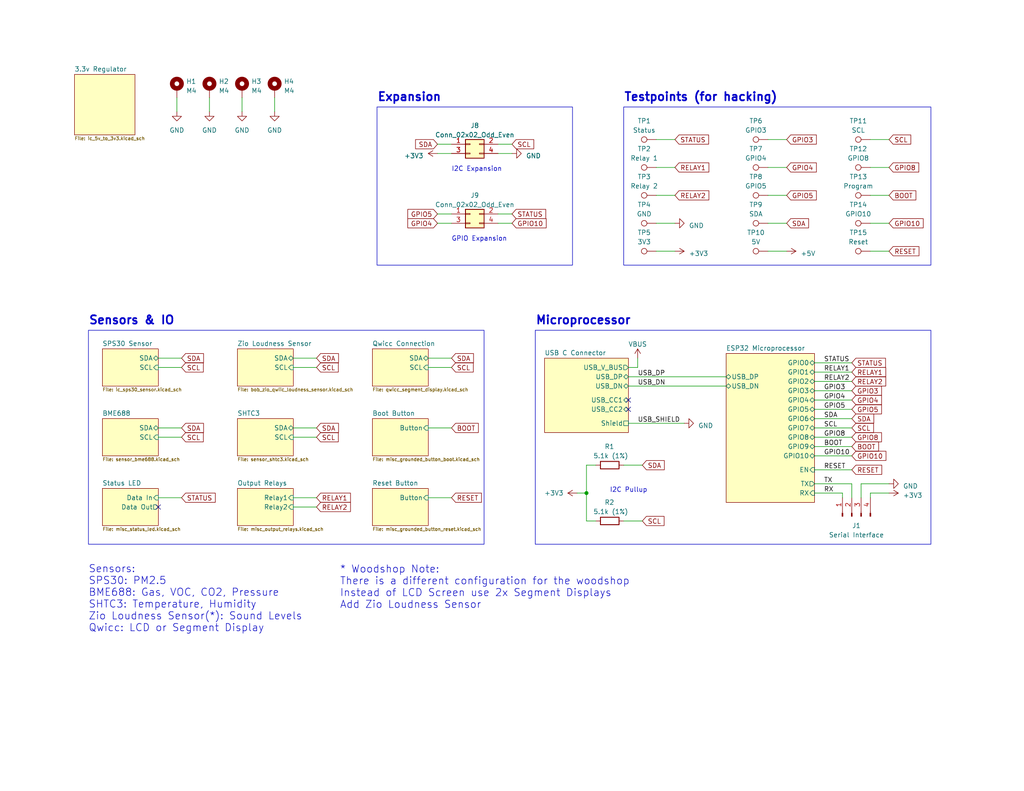
<source format=kicad_sch>
(kicad_sch (version 20230121) (generator eeschema)
  (paper "USLetter")
  (title_block (title "Kwartzlab Environmental Sensor") (date "2023-04-04") (rev "2") (company "Created By: Erin Reed (FireLabs - www.firelabs.ca)"))
  (lib_symbols
    (symbol "Connector:Conn_01x04_Pin" (pin_names (offset 1.016) hide)
      (property "Reference" "J" (at 0 5.08 0))
      (property "Value" "Conn_01x04_Pin" (at 0 -7.62 0))
      (symbol "Conn_01x04_Pin_1_1"
        (polyline (pts (xy 1.27 -5.08) (xy 0.8636 -5.08)) (stroke (width 0.1524)))
        (polyline (pts (xy 1.27 -2.54) (xy 0.8636 -2.54)) (stroke (width 0.1524)))
        (polyline (pts (xy 1.27 0) (xy 0.8636 0)) (stroke (width 0.1524)))
        (polyline (pts (xy 1.27 2.54) (xy 0.8636 2.54)) (stroke (width 0.1524)))
        (rectangle (start 0.8636 -4.953) (end 0 -5.207) (stroke (width 0.1524)) (fill (type outline)))
        (rectangle (start 0.8636 -2.413) (end 0 -2.667) (stroke (width 0.1524)) (fill (type outline)))
        (rectangle (start 0.8636 0.127) (end 0 -0.127) (stroke (width 0.1524)) (fill (type outline)))
        (rectangle (start 0.8636 2.667) (end 0 2.413) (stroke (width 0.1524)) (fill (type outline)))
        (pin passive line (at 5.08 2.54 180) (length 3.81) (name "Pin_1") (number "1"))
        (pin passive line (at 5.08 0 180) (length 3.81) (name "Pin_2") (number "2"))
        (pin passive line (at 5.08 -2.54 180) (length 3.81) (name "Pin_3") (number "3"))
        (pin passive line (at 5.08 -5.08 180) (length 3.81) (name "Pin_4") (number "4"))
      )
    )
    (symbol "Connector:TestPoint" (pin_numbers hide) (pin_names (offset 0.762) hide)
      (property "Reference" "TP" (at 0 6.858 0))
      (property "Value" "TestPoint" (at 0 5.08 0))
      (symbol "TestPoint_0_1"
        (circle (center 0 3.302) (radius 0.762))
      )
      (symbol "TestPoint_1_1"
        (pin passive line (at 0 0 90) (length 2.54) (name "1") (number "1"))
      )
    )
    (symbol "Connector_Generic:Conn_02x02_Odd_Even" (pin_names (offset 1.016) hide)
      (property "Reference" "J" (at 1.27 2.54 0))
      (property "Value" "Conn_02x02_Odd_Even" (at 1.27 -5.08 0))
      (symbol "Conn_02x02_Odd_Even_1_1"
        (rectangle (start -1.27 -2.413) (end 0 -2.667) (stroke (width 0.1524)))
        (rectangle (start -1.27 0.127) (end 0 -0.127) (stroke (width 0.1524)))
        (rectangle (start -1.27 1.27) (end 3.81 -3.81) (stroke (width 0.254)) (fill (type background)))
        (rectangle (start 3.81 -2.413) (end 2.54 -2.667) (stroke (width 0.1524)))
        (rectangle (start 3.81 0.127) (end 2.54 -0.127) (stroke (width 0.1524)))
        (pin passive line (at -5.08 0 0) (length 3.81) (name "Pin_1") (number "1"))
        (pin passive line (at 7.62 0 180) (length 3.81) (name "Pin_2") (number "2"))
        (pin passive line (at -5.08 -2.54 0) (length 3.81) (name "Pin_3") (number "3"))
        (pin passive line (at 7.62 -2.54 180) (length 3.81) (name "Pin_4") (number "4"))
      )
    )
    (symbol "Device:R" (pin_numbers hide) (pin_names (offset 0))
      (property "Reference" "R" (at 2.032 0 90))
      (property "Value" "R" (at 0 0 90))
      (symbol "R_0_1"
        (rectangle (start -1.016 -2.54) (end 1.016 2.54) (stroke (width 0.254)))
      )
      (symbol "R_1_1"
        (pin passive line (at 0 3.81 270) (length 1.27) (name "~") (number "1"))
        (pin passive line (at 0 -3.81 90) (length 1.27) (name "~") (number "2"))
      )
    )
    (symbol "Mechanical:MountingHole_Pad" (pin_numbers hide) (pin_names (offset 1.016) hide)
      (property "Reference" "H" (at 0 6.35 0))
      (property "Value" "MountingHole_Pad" (at 0 4.445 0))
      (symbol "MountingHole_Pad_0_1"
        (circle (center 0 1.27) (radius 1.27) (stroke (width 1.27)))
      )
      (symbol "MountingHole_Pad_1_1"
        (pin input line (at 0 -2.54 90) (length 2.54) (name "1") (number "1"))
      )
    )
    (symbol "power:+3V3" (power) (pin_names (offset 0))
      (property "Value" "+3V3" (at 0 3.556 0))
      (symbol "+3V3_0_1"
        (polyline (pts (xy -0.762 1.27) (xy 0 2.54)))
        (polyline (pts (xy 0 0) (xy 0 2.54)))
        (polyline (pts (xy 0 2.54) (xy 0.762 1.27)))
      )
      (symbol "+3V3_1_1"
        (pin power_in line (at 0 0 90) (length 0) hide (name "+3V3") (number "1"))
      )
    )
    (symbol "power:+5V" (power) (pin_names (offset 0))
      (property "Value" "+5V" (at 0 3.556 0))
      (symbol "+5V_0_1"
        (polyline (pts (xy -0.762 1.27) (xy 0 2.54)))
        (polyline (pts (xy 0 0) (xy 0 2.54)))
        (polyline (pts (xy 0 2.54) (xy 0.762 1.27)))
      )
      (symbol "+5V_1_1"
        (pin power_in line (at 0 0 90) (length 0) hide (name "+5V") (number "1"))
      )
    )
    (symbol "power:GND" (power) (pin_names (offset 0))
      (property "Value" "GND" (at 0 -3.81 0))
      (symbol "GND_0_1"
        (polyline (pts (xy 0 0) (xy 0 -1.27) (xy 1.27 -1.27) (xy 0 -2.54) (xy -1.27 -1.27) (xy 0 -1.27)))
      )
      (symbol "GND_1_1"
        (pin power_in line (at 0 0 270) (length 0) hide (name "GND") (number "1"))
      )
    )
    (symbol "power:VUSB" (power) (pin_names (offset 0))
      (property "Value" "VUSB" (at 0 3.81 0))
      (symbol "VUSB_0_1"
        (polyline (pts (xy -0.762 1.27) (xy 0 2.54)))
        (polyline (pts (xy 0 0) (xy 0 2.54)))
        (polyline (pts (xy 0 2.54) (xy 0.762 1.27)))
      )
      (symbol "VUSB_1_1"
        (pin power_in line (at 0 0 90) (length 0) hide (name "VBUS") (number "1"))
      )
    )
  )
  (junction (at 160.02 134.62))
  (no_connect (at 171.45 109.22))
  (no_connect (at 43.18 138.43))
  (no_connect (at 171.45 111.76))
  (wire (pts (xy 74.93 26.67) (xy 74.93 30.48)))
  (wire (pts (xy 179.07 53.34) (xy 184.15 53.34)))
  (wire (pts (xy 222.25 106.68) (xy 232.41 106.68)))
  (wire (pts (xy 232.41 135.89) (xy 232.41 132.08)))
  (wire (pts (xy 57.15 26.67) (xy 57.15 30.48)))
  (wire (pts (xy 116.84 116.84) (xy 123.19 116.84)))
  (wire (pts (xy 116.84 135.89) (xy 123.19 135.89)))
  (wire (pts (xy 209.55 45.72) (xy 214.63 45.72)))
  (wire (pts (xy 222.25 99.06) (xy 232.41 99.06)))
  (wire (pts (xy 222.25 128.27) (xy 232.41 128.27)))
  (wire (pts (xy 229.87 135.89) (xy 229.87 134.62)))
  (wire (pts (xy 119.38 60.96) (xy 123.19 60.96)))
  (wire (pts (xy 80.01 119.38) (xy 86.36 119.38)))
  (wire (pts (xy 179.07 38.1) (xy 184.15 38.1)))
  (wire (pts (xy 135.89 60.96) (xy 139.7 60.96)))
  (wire (pts (xy 80.01 100.33) (xy 86.36 100.33)))
  (wire (pts (xy 135.89 58.42) (xy 139.7 58.42)))
  (wire (pts (xy 222.25 111.76) (xy 232.41 111.76)))
  (wire (pts (xy 222.25 109.22) (xy 232.41 109.22)))
  (wire (pts (xy 119.38 58.42) (xy 123.19 58.42)))
  (wire (pts (xy 237.49 134.62) (xy 242.57 134.62)))
  (wire (pts (xy 242.57 132.08) (xy 234.95 132.08)))
  (wire (pts (xy 43.18 97.79) (xy 49.53 97.79)))
  (wire (pts (xy 170.18 142.24) (xy 175.26 142.24)))
  (wire (pts (xy 237.49 53.34) (xy 242.57 53.34)))
  (wire (pts (xy 162.56 127) (xy 160.02 127)))
  (wire (pts (xy 48.26 26.67) (xy 48.26 30.48)))
  (wire (pts (xy 237.49 68.58) (xy 242.57 68.58)))
  (wire (pts (xy 173.99 97.79) (xy 173.99 100.33)))
  (wire (pts (xy 80.01 116.84) (xy 86.36 116.84)))
  (wire (pts (xy 222.25 116.84) (xy 232.41 116.84)))
  (wire (pts (xy 222.25 132.08) (xy 232.41 132.08)))
  (wire (pts (xy 160.02 127) (xy 160.02 134.62)))
  (wire (pts (xy 160.02 142.24) (xy 162.56 142.24)))
  (wire (pts (xy 80.01 138.43) (xy 86.36 138.43)))
  (wire (pts (xy 43.18 116.84) (xy 49.53 116.84)))
  (wire (pts (xy 179.07 45.72) (xy 184.15 45.72)))
  (wire (pts (xy 80.01 97.79) (xy 86.36 97.79)))
  (wire (pts (xy 116.84 100.33) (xy 123.19 100.33)))
  (wire (pts (xy 66.04 26.67) (xy 66.04 30.48)))
  (wire (pts (xy 119.38 41.91) (xy 123.19 41.91)))
  (wire (pts (xy 43.18 135.89) (xy 49.53 135.89)))
  (wire (pts (xy 179.07 60.96) (xy 184.15 60.96)))
  (wire (pts (xy 80.01 135.89) (xy 86.36 135.89)))
  (wire (pts (xy 209.55 53.34) (xy 214.63 53.34)))
  (wire (pts (xy 222.25 121.92) (xy 232.41 121.92)))
  (wire (pts (xy 173.99 100.33) (xy 171.45 100.33)))
  (wire (pts (xy 157.48 134.62) (xy 160.02 134.62)))
  (wire (pts (xy 43.18 119.38) (xy 49.53 119.38)))
  (wire (pts (xy 222.25 101.6) (xy 232.41 101.6)))
  (wire (pts (xy 222.25 114.3) (xy 232.41 114.3)))
  (wire (pts (xy 237.49 45.72) (xy 242.57 45.72)))
  (wire (pts (xy 171.45 102.87) (xy 198.12 102.87)))
  (wire (pts (xy 209.55 60.96) (xy 214.63 60.96)))
  (wire (pts (xy 119.38 39.37) (xy 123.19 39.37)))
  (wire (pts (xy 160.02 142.24) (xy 160.02 134.62)))
  (wire (pts (xy 179.07 68.58) (xy 184.15 68.58)))
  (wire (pts (xy 222.25 104.14) (xy 232.41 104.14)))
  (wire (pts (xy 237.49 60.96) (xy 242.57 60.96)))
  (wire (pts (xy 222.25 134.62) (xy 229.87 134.62)))
  (wire (pts (xy 135.89 39.37) (xy 139.7 39.37)))
  (wire (pts (xy 170.18 127) (xy 175.26 127)))
  (wire (pts (xy 171.45 105.41) (xy 198.12 105.41)))
  (wire (pts (xy 116.84 97.79) (xy 123.19 97.79)))
  (wire (pts (xy 234.95 132.08) (xy 234.95 135.89)))
  (wire (pts (xy 135.89 41.91) (xy 139.7 41.91)))
  (wire (pts (xy 171.45 115.57) (xy 186.69 115.57)))
  (wire (pts (xy 43.18 100.33) (xy 49.53 100.33)))
  (wire (pts (xy 209.55 68.58) (xy 214.63 68.58)))
  (wire (pts (xy 237.49 135.89) (xy 237.49 134.62)))
  (wire (pts (xy 237.49 38.1) (xy 242.57 38.1)))
  (wire (pts (xy 222.25 119.38) (xy 232.41 119.38)))
  (wire (pts (xy 222.25 124.46) (xy 232.41 124.46)))
  (wire (pts (xy 209.55 38.1) (xy 214.63 38.1)))
  (rectangle (start 102.87 29.21) (end 156.21 72.39))
  (rectangle (start 170.18 29.21) (end 254 72.39))
  (rectangle (start 24.13 90.17) (end 132.08 148.59))
  (rectangle (start 146.05 90.17) (end 254 148.59))
  (text "I2C Expansion" (at 123.19 46.99 0) (effects (font (size 1.27 1.27)) (justify left bottom)))
  (text "Expansion" (at 102.87 27.94 0) (effects (font (size 2.27 2.27) (thickness 0.454) bold) (justify left bottom)))
  (text "* Woodshop Note:\nThere is a different configuration for the woodshop\nInstead of LCD Screen use 2x Segment Displays\nAdd Zio Loudness Sensor\n" (at 92.71 166.37 0) (effects (font (size 2 2)) (justify left bottom)))
  (text "Sensors & IO" (at 24.13 88.9 0) (effects (font (size 2.27 2.27) (thickness 0.454) bold) (justify left bottom)))
  (text "GPIO Expansion" (at 123.19 66.04 0) (effects (font (size 1.27 1.27)) (justify left bottom)))
  (text "I2C Pullup" (at 166.37 134.62 0) (effects (font (size 1.27 1.27)) (justify left bottom)))
  (text "Microprocessor" (at 146.05 88.9 0) (effects (font (size 2.27 2.27) (thickness 0.454) bold) (justify left bottom)))
  (text "Testpoints (for hacking)" (at 170.18 27.94 0) (effects (font (size 2.27 2.27) (thickness 0.454) bold) (justify left bottom)))
  (text "Sensors:\nSPS30: PM2.5\nBME688: Gas, VOC, CO2, Pressure\nSHTC3: Temperature, Humidity\nZio Loudness Sensor(*): Sound Levels\nQwicc: LCD or Segment Display" (at 24.13 172.72 0) (effects (font (size 2 2)) (justify left bottom)))
  (label "RELAY2" (at 224.79 104.14 0))
  (label "GPIO3" (at 224.79 106.68 0))
  (label "TX" (at 224.79 132.08 0))
  (label "SDA" (at 224.79 114.3 0))
  (label "USB_DP" (at 173.99 102.87 0))
  (label "GPIO10" (at 224.79 124.46 0))
  (label "RX" (at 224.79 134.62 0))
  (label "USB_DN" (at 173.99 105.41 0))
  (label "STATUS" (at 224.79 99.06 0))
  (label "BOOT" (at 224.79 121.92 0))
  (label "GPIO4" (at 224.79 109.22 0))
  (label "RESET" (at 224.79 128.27 0))
  (label "USB_SHIELD" (at 173.99 115.57 0))
  (label "RELAY1" (at 224.79 101.6 0))
  (label "SCL" (at 224.79 116.84 0))
  (label "GPIO8" (at 224.79 119.38 0))
  (label "GPIO5" (at 224.79 111.76 0))
  (global_label "SCL" (shape input) (at 139.7 39.37 0) (property "Intersheetrefs" "${INTERSHEET_REFS}" (effects hide)))
  (global_label "SDA" (shape input) (at 119.38 39.37 180) (property "Intersheetrefs" "${INTERSHEET_REFS}" (effects hide)))
  (global_label "GPIO10" (shape input) (at 139.7 60.96 0) (property "Intersheetrefs" "${INTERSHEET_REFS}" (effects hide)))
  (global_label "STATUS" (shape input) (at 49.53 135.89 0) (property "Intersheetrefs" "${INTERSHEET_REFS}" (effects hide)))
  (global_label "SCL" (shape input) (at 175.26 142.24 0) (property "Intersheetrefs" "${INTERSHEET_REFS}" (effects hide)))
  (global_label "RELAY1" (shape input) (at 232.41 101.6 0) (property "Intersheetrefs" "${INTERSHEET_REFS}" (effects hide)))
  (global_label "RELAY2" (shape input) (at 232.41 104.14 0) (property "Intersheetrefs" "${INTERSHEET_REFS}" (effects hide)))
  (global_label "GPIO4" (shape input) (at 232.41 109.22 0) (property "Intersheetrefs" "${INTERSHEET_REFS}" (effects hide)))
  (global_label "BOOT" (shape input) (at 123.19 116.84 0) (property "Intersheetrefs" "${INTERSHEET_REFS}" (effects hide)))
  (global_label "SDA" (shape input) (at 175.26 127 0) (property "Intersheetrefs" "${INTERSHEET_REFS}" (effects hide)))
  (global_label "GPIO3" (shape input) (at 214.63 38.1 0) (property "Intersheetrefs" "${INTERSHEET_REFS}" (effects hide)))
  (global_label "GPIO8" (shape input) (at 242.57 45.72 0) (property "Intersheetrefs" "${INTERSHEET_REFS}" (effects hide)))
  (global_label "GPIO4" (shape input) (at 214.63 45.72 0) (property "Intersheetrefs" "${INTERSHEET_REFS}" (effects hide)))
  (global_label "GPIO8" (shape input) (at 232.41 119.38 0) (property "Intersheetrefs" "${INTERSHEET_REFS}" (effects hide)))
  (global_label "SDA" (shape input) (at 232.41 114.3 0) (property "Intersheetrefs" "${INTERSHEET_REFS}" (effects hide)))
  (global_label "SCL" (shape input) (at 49.53 119.38 0) (property "Intersheetrefs" "${INTERSHEET_REFS}" (effects hide)))
  (global_label "STATUS" (shape input) (at 232.41 99.06 0) (property "Intersheetrefs" "${INTERSHEET_REFS}" (effects hide)))
  (global_label "GPIO10" (shape input) (at 232.41 124.46 0) (property "Intersheetrefs" "${INTERSHEET_REFS}" (effects hide)))
  (global_label "RESET" (shape input) (at 232.41 128.27 0) (property "Intersheetrefs" "${INTERSHEET_REFS}" (effects hide)))
  (global_label "RELAY1" (shape input) (at 86.36 135.89 0) (property "Intersheetrefs" "${INTERSHEET_REFS}" (effects hide)))
  (global_label "GPIO4" (shape input) (at 119.38 60.96 180) (property "Intersheetrefs" "${INTERSHEET_REFS}" (effects hide)))
  (global_label "SCL" (shape input) (at 86.36 119.38 0) (property "Intersheetrefs" "${INTERSHEET_REFS}" (effects hide)))
  (global_label "RELAY2" (shape input) (at 184.15 53.34 0) (property "Intersheetrefs" "${INTERSHEET_REFS}" (effects hide)))
  (global_label "SDA" (shape input) (at 49.53 97.79 0) (property "Intersheetrefs" "${INTERSHEET_REFS}" (effects hide)))
  (global_label "GPIO3" (shape input) (at 232.41 106.68 0) (property "Intersheetrefs" "${INTERSHEET_REFS}" (effects hide)))
  (global_label "BOOT" (shape input) (at 232.41 121.92 0) (property "Intersheetrefs" "${INTERSHEET_REFS}" (effects hide)))
  (global_label "RESET" (shape input) (at 242.57 68.58 0) (property "Intersheetrefs" "${INTERSHEET_REFS}" (effects hide)))
  (global_label "SDA" (shape input) (at 86.36 97.79 0) (property "Intersheetrefs" "${INTERSHEET_REFS}" (effects hide)))
  (global_label "SDA" (shape input) (at 86.36 116.84 0) (property "Intersheetrefs" "${INTERSHEET_REFS}" (effects hide)))
  (global_label "SCL" (shape input) (at 232.41 116.84 0) (property "Intersheetrefs" "${INTERSHEET_REFS}" (effects hide)))
  (global_label "BOOT" (shape input) (at 242.57 53.34 0) (property "Intersheetrefs" "${INTERSHEET_REFS}" (effects hide)))
  (global_label "GPIO5" (shape input) (at 232.41 111.76 0) (property "Intersheetrefs" "${INTERSHEET_REFS}" (effects hide)))
  (global_label "GPIO5" (shape input) (at 214.63 53.34 0) (property "Intersheetrefs" "${INTERSHEET_REFS}" (effects hide)))
  (global_label "GPIO10" (shape input) (at 242.57 60.96 0) (property "Intersheetrefs" "${INTERSHEET_REFS}" (effects hide)))
  (global_label "GPIO5" (shape input) (at 119.38 58.42 180) (property "Intersheetrefs" "${INTERSHEET_REFS}" (effects hide)))
  (global_label "SDA" (shape input) (at 49.53 116.84 0) (property "Intersheetrefs" "${INTERSHEET_REFS}" (effects hide)))
  (global_label "STATUS" (shape input) (at 184.15 38.1 0) (property "Intersheetrefs" "${INTERSHEET_REFS}" (effects hide)))
  (global_label "STATUS" (shape input) (at 139.7 58.42 0) (property "Intersheetrefs" "${INTERSHEET_REFS}" (effects hide)))
  (global_label "SDA" (shape input) (at 123.19 97.79 0) (property "Intersheetrefs" "${INTERSHEET_REFS}" (effects hide)))
  (global_label "RELAY2" (shape input) (at 86.36 138.43 0) (property "Intersheetrefs" "${INTERSHEET_REFS}" (effects hide)))
  (global_label "RESET" (shape input) (at 123.19 135.89 0) (property "Intersheetrefs" "${INTERSHEET_REFS}" (effects hide)))
  (global_label "SCL" (shape input) (at 49.53 100.33 0) (property "Intersheetrefs" "${INTERSHEET_REFS}" (effects hide)))
  (global_label "SCL" (shape input) (at 242.57 38.1 0) (property "Intersheetrefs" "${INTERSHEET_REFS}" (effects hide)))
  (global_label "SDA" (shape input) (at 214.63 60.96 0) (property "Intersheetrefs" "${INTERSHEET_REFS}" (effects hide)))
  (global_label "RELAY1" (shape input) (at 184.15 45.72 0) (property "Intersheetrefs" "${INTERSHEET_REFS}" (effects hide)))
  (global_label "SCL" (shape input) (at 86.36 100.33 0) (property "Intersheetrefs" "${INTERSHEET_REFS}" (effects hide)))
  (global_label "SCL" (shape input) (at 123.19 100.33 0) (property "Intersheetrefs" "${INTERSHEET_REFS}" (effects hide)))
  (symbol (lib_id "Connector:TestPoint") (at 179.07 53.34 90) (unit 1)
    (property "Reference" "TP3" (at 175.768 48.26 90))
    (property "Value" "Relay 2" (at 175.768 50.8 90))
    (property "Footprint" "TestPoint:TestPoint_Pad_D1.0mm" (effects hide))
  )
  (symbol (lib_id "Connector:TestPoint") (at 179.07 45.72 90) (unit 1)
    (property "Reference" "TP2" (at 175.768 40.64 90))
    (property "Value" "Relay 1" (at 175.768 43.18 90))
    (property "Footprint" "TestPoint:TestPoint_Pad_D1.0mm" (effects hide))
  )
  (symbol (lib_id "Connector:Conn_01x04_Pin") (at 232.41 140.97 90) (unit 1)
    (property "Reference" "J1" (at 233.68 143.51 90))
    (property "Value" "Serial Interface" (at 233.68 146.05 90))
    (property "Footprint" "Connector_PinHeader_2.54mm:PinHeader_1x04_P2.54mm_Vertical" (effects hide))
  )
  (symbol (lib_id "Mechanical:MountingHole_Pad") (at 66.04 24.13 0) (unit 1)
    (property "Reference" "H3" (at 68.58 22.225 0) (effects (justify left)))
    (property "Value" "M4" (at 68.58 24.765 0) (effects (justify left)))
    (property "Footprint" "MountingHole:MountingHole_4.3mm_M4_Pad_Via" (effects hide))
  )
  (symbol (lib_id "Device:R") (at 166.37 142.24 90) (unit 1)
    (property "Reference" "R2" (at 167.64 137.16 90) (effects (justify left)))
    (property "Value" "5.1k (1%)" (at 171.45 139.7 90) (effects (justify left)))
    (property "Footprint" "PCM_Resistor_SMD_AKL:R_0603_1608Metric" (effects hide))
  )
  (symbol (lib_id "power:GND") (at 184.15 60.96 90) (unit 1)
    (property "Reference" "#PWR07" (effects hide))
    (property "Value" "GND" (at 187.96 61.595 90) (effects (justify right)))
  )
  (symbol (lib_id "power:GND") (at 242.57 132.08 90) (unit 1)
    (property "Reference" "#PWR011" (effects hide))
    (property "Value" "GND" (at 246.38 132.715 90) (effects (justify right)))
  )
  (symbol (lib_id "Connector:TestPoint") (at 179.07 38.1 90) (unit 1)
    (property "Reference" "TP1" (at 175.768 33.02 90))
    (property "Value" "Status" (at 175.768 35.56 90))
    (property "Footprint" "TestPoint:TestPoint_Pad_D1.0mm" (effects hide))
  )
  (symbol (lib_id "power:GND") (at 186.69 115.57 90) (unit 1)
    (property "Reference" "#PWR09" (effects hide))
    (property "Value" "GND" (at 190.5 116.205 90) (effects (justify right)))
  )
  (symbol (lib_id "Connector:TestPoint") (at 209.55 53.34 90) (unit 1)
    (property "Reference" "TP8" (at 206.248 48.26 90))
    (property "Value" "GPIO5" (at 206.248 50.8 90))
    (property "Footprint" "TestPoint:TestPoint_Pad_D1.0mm" (effects hide))
  )
  (symbol (lib_id "power:VUSB") (at 173.99 97.79 0) (unit 1)
    (property "Reference" "#PWR06" (effects hide))
    (property "Value" "VUSB" (at 173.99 93.98 0))
  )
  (symbol (lib_id "Connector:TestPoint") (at 237.49 60.96 90) (unit 1)
    (property "Reference" "TP14" (at 234.188 55.88 90))
    (property "Value" "GPIO10" (at 234.188 58.42 90))
    (property "Footprint" "TestPoint:TestPoint_Pad_D1.0mm" (effects hide))
  )
  (symbol (lib_id "Connector:TestPoint") (at 237.49 53.34 90) (unit 1)
    (property "Reference" "TP13" (at 234.188 48.26 90))
    (property "Value" "Program" (at 234.188 50.8 90))
    (property "Footprint" "TestPoint:TestPoint_Pad_D1.0mm" (effects hide))
  )
  (symbol (lib_id "power:GND") (at 139.7 41.91 90) (unit 1)
    (property "Reference" "#PWR061" (effects hide))
    (property "Value" "GND" (at 143.51 42.545 90) (effects (justify right)))
  )
  (symbol (lib_id "Mechanical:MountingHole_Pad") (at 74.93 24.13 0) (unit 1)
    (property "Reference" "H4" (at 77.47 22.225 0) (effects (justify left)))
    (property "Value" "M4" (at 77.47 24.765 0) (effects (justify left)))
    (property "Footprint" "MountingHole:MountingHole_4.3mm_M4_Pad_Via" (effects hide))
  )
  (symbol (lib_id "Connector:TestPoint") (at 237.49 38.1 90) (unit 1)
    (property "Reference" "TP11" (at 234.188 33.02 90))
    (property "Value" "SCL" (at 234.188 35.56 90))
    (property "Footprint" "TestPoint:TestPoint_Pad_D1.0mm" (effects hide))
  )
  (symbol (lib_id "power:+3V3") (at 119.38 41.91 90) (unit 1)
    (property "Reference" "#PWR060" (effects hide))
    (property "Value" "+3V3" (at 115.57 42.545 90) (effects (justify left)))
  )
  (symbol (lib_id "power:+5V") (at 214.63 68.58 270) (unit 1)
    (property "Reference" "#PWR010" (effects hide))
    (property "Value" "+5V" (at 218.44 69.215 90) (effects (justify left)))
  )
  (symbol (lib_id "Connector:TestPoint") (at 209.55 60.96 90) (unit 1)
    (property "Reference" "TP9" (at 206.248 55.88 90))
    (property "Value" "SDA" (at 206.248 58.42 90))
    (property "Footprint" "TestPoint:TestPoint_Pad_D1.0mm" (effects hide))
  )
  (symbol (lib_id "power:GND") (at 48.26 30.48 0) (unit 1)
    (property "Reference" "#PWR01" (effects hide))
    (property "Value" "GND" (at 48.26 35.56 0))
  )
  (symbol (lib_id "power:GND") (at 74.93 30.48 0) (unit 1)
    (property "Reference" "#PWR04" (effects hide))
    (property "Value" "GND" (at 74.93 35.56 0))
  )
  (symbol (lib_id "Connector_Generic:Conn_02x02_Odd_Even") (at 128.27 58.42 0) (unit 1)
    (property "Reference" "J9" (at 129.54 53.34 0))
    (property "Value" "Conn_02x02_Odd_Even" (at 129.54 55.88 0))
    (property "Footprint" "Connector_PinHeader_2.54mm:PinHeader_2x02_P2.54mm_Vertical" (effects hide))
  )
  (symbol (lib_id "power:GND") (at 57.15 30.48 0) (unit 1)
    (property "Reference" "#PWR02" (effects hide))
    (property "Value" "GND" (at 57.15 35.56 0))
  )
  (symbol (lib_id "Connector:TestPoint") (at 237.49 68.58 90) (unit 1)
    (property "Reference" "TP15" (at 234.188 63.5 90))
    (property "Value" "Reset" (at 234.188 66.04 90))
    (property "Footprint" "TestPoint:TestPoint_Pad_D1.0mm" (effects hide))
  )
  (symbol (lib_id "Mechanical:MountingHole_Pad") (at 57.15 24.13 0) (unit 1)
    (property "Reference" "H2" (at 59.69 22.225 0) (effects (justify left)))
    (property "Value" "M4" (at 59.69 24.765 0) (effects (justify left)))
    (property "Footprint" "MountingHole:MountingHole_4.3mm_M4_Pad_Via" (effects hide))
  )
  (symbol (lib_id "power:GND") (at 66.04 30.48 0) (unit 1)
    (property "Reference" "#PWR03" (effects hide))
    (property "Value" "GND" (at 66.04 35.56 0))
  )
  (symbol (lib_id "power:+3V3") (at 242.57 134.62 270) (unit 1)
    (property "Reference" "#PWR012" (effects hide))
    (property "Value" "+3V3" (at 246.38 135.255 90) (effects (justify left)))
  )
  (symbol (lib_id "Device:R") (at 166.37 127 90) (unit 1)
    (property "Reference" "R1" (at 167.64 121.92 90) (effects (justify left)))
    (property "Value" "5.1k (1%)" (at 171.45 124.46 90) (effects (justify left)))
    (property "Footprint" "PCM_Resistor_SMD_AKL:R_0603_1608Metric" (effects hide))
  )
  (symbol (lib_id "Connector_Generic:Conn_02x02_Odd_Even") (at 128.27 39.37 0) (unit 1)
    (property "Reference" "J8" (at 129.54 34.29 0))
    (property "Value" "Conn_02x02_Odd_Even" (at 129.54 36.83 0))
    (property "Footprint" "Connector_PinHeader_2.54mm:PinHeader_2x02_P2.54mm_Vertical" (effects hide))
  )
  (symbol (lib_id "Connector:TestPoint") (at 209.55 45.72 90) (unit 1)
    (property "Reference" "TP7" (at 206.248 40.64 90))
    (property "Value" "GPIO4" (at 206.248 43.18 90))
    (property "Footprint" "TestPoint:TestPoint_Pad_D1.0mm" (effects hide))
  )
  (symbol (lib_id "Connector:TestPoint") (at 179.07 68.58 90) (unit 1)
    (property "Reference" "TP5" (at 175.768 63.5 90))
    (property "Value" "3V3" (at 175.768 66.04 90))
    (property "Footprint" "TestPoint:TestPoint_Pad_D1.0mm" (effects hide))
  )
  (symbol (lib_id "Connector:TestPoint") (at 209.55 68.58 90) (unit 1)
    (property "Reference" "TP10" (at 206.248 63.5 90))
    (property "Value" "5V" (at 206.248 66.04 90))
    (property "Footprint" "TestPoint:TestPoint_Pad_D1.0mm" (effects hide))
  )
  (symbol (lib_id "Connector:TestPoint") (at 179.07 60.96 90) (unit 1)
    (property "Reference" "TP4" (at 175.768 55.88 90))
    (property "Value" "GND" (at 175.768 58.42 90))
    (property "Footprint" "TestPoint:TestPoint_Pad_D1.0mm" (effects hide))
  )
  (symbol (lib_id "Mechanical:MountingHole_Pad") (at 48.26 24.13 0) (unit 1)
    (property "Reference" "H1" (at 50.8 22.225 0) (effects (justify left)))
    (property "Value" "M4" (at 50.8 24.765 0) (effects (justify left)))
    (property "Footprint" "MountingHole:MountingHole_4.3mm_M4_Pad_Via" (effects hide))
  )
  (symbol (lib_id "Connector:TestPoint") (at 237.49 45.72 90) (unit 1)
    (property "Reference" "TP12" (at 234.188 40.64 90))
    (property "Value" "GPIO8" (at 234.188 43.18 90))
    (property "Footprint" "TestPoint:TestPoint_Pad_D1.0mm" (effects hide))
  )
  (symbol (lib_id "power:+3V3") (at 184.15 68.58 270) (unit 1)
    (property "Reference" "#PWR08" (effects hide))
    (property "Value" "+3V3" (at 187.96 69.215 90) (effects (justify left)))
  )
  (symbol (lib_id "Connector:TestPoint") (at 209.55 38.1 90) (unit 1)
    (property "Reference" "TP6" (at 206.248 33.02 90))
    (property "Value" "GPIO3" (at 206.248 35.56 90))
    (property "Footprint" "TestPoint:TestPoint_Pad_D1.0mm" (effects hide))
  )
  (symbol (lib_id "power:+3V3") (at 157.48 134.62 90) (unit 1)
    (property "Reference" "#PWR05" (effects hide))
    (property "Value" "+3V3" (at 151.13 134.62 90))
  )
  (sheet (at 101.6 114.3) (size 15.24 10.16) (stroke (width 0.1524)) (fill (color 255 255 194 1.0000))
    (property "Sheetname" "Boot Button" (at 101.6 113.5884 0) (effects (justify left bottom)))
    (property "Sheetfile" "misc_grounded_button_boot.kicad_sch" (at 101.6 124.8966 0) (effects (font (size 0.9 0.9)) (justify left top)))
    (pin "Button" input (at 116.84 116.84 0))
  )
  (sheet (at 101.6 95.25) (size 15.24 10.16) (stroke (width 0.1524)) (fill (color 255 255 194 1.0000))
    (property "Sheetname" "Qwicc Connection" (at 101.6 94.5384 0) (effects (justify left bottom)))
    (property "Sheetfile" "qwicc_segment_display.kicad_sch" (at 101.6 105.8466 0) (effects (font (size 0.9 0.9)) (justify left top)))
    (pin "SCL" input (at 116.84 100.33 0))
    (pin "SDA" bidirectional (at 116.84 97.79 0))
  )
  (sheet (at 198.12 96.52) (size 24.13 40.64) (stroke (width 0.1524)) (fill (color 255 255 194 1.0000))
    (property "Sheetname" "ESP32 Microprocessor" (at 198.12 95.8084 0) (effects (justify left bottom)))
    (property "Sheetfile" "ic_esp32_c3_mini.kicad_sch" (effects hide))
    (pin "GPIO0" bidirectional (at 222.25 99.06 0))
    (pin "GPIO8" bidirectional (at 222.25 119.38 0))
    (pin "GPIO10" bidirectional (at 222.25 124.46 0))
    (pin "GPIO7" bidirectional (at 222.25 116.84 0))
    (pin "GPIO6" bidirectional (at 222.25 114.3 0))
    (pin "GPIO4" bidirectional (at 222.25 109.22 0))
    (pin "GPIO5" bidirectional (at 222.25 111.76 0))
    (pin "GPIO9" bidirectional (at 222.25 121.92 0))
    (pin "USB_DP" bidirectional (at 198.12 102.87 180))
    (pin "TX" output (at 222.25 132.08 0))
    (pin "RX" input (at 222.25 134.62 0))
    (pin "USB_DN" bidirectional (at 198.12 105.41 180))
    (pin "GPIO2" bidirectional (at 222.25 104.14 0))
    (pin "EN" input (at 222.25 128.27 0))
    (pin "GPIO3" bidirectional (at 222.25 106.68 0))
    (pin "GPIO1" bidirectional (at 222.25 101.6 0))
  )
  (sheet (at 27.94 95.25) (size 15.24 10.16) (stroke (width 0.1524)) (fill (color 255 255 194 1.0000))
    (property "Sheetname" "SPS30 Sensor" (at 27.94 94.5384 0) (effects (justify left bottom)))
    (property "Sheetfile" "ic_sps30_sensor.kicad_sch" (at 27.94 105.8466 0) (effects (font (size 0.9 0.9)) (justify left top)))
    (pin "SCL" input (at 43.18 100.33 0))
    (pin "SDA" bidirectional (at 43.18 97.79 0))
  )
  (sheet (at 20.32 20.32) (size 16.51 16.51) (stroke (width 0.1524)) (fill (color 255 255 194 1.0000))
    (property "Sheetname" "3.3v Regulator" (at 20.32 19.6084 0) (effects (justify left bottom)))
    (property "Sheetfile" "ic_5v_to_3v3.kicad_sch" (at 20.32 37.2666 0) (effects (font (size 0.9 0.9)) (justify left top)))
  )
  (sheet (at 64.77 114.3) (size 15.24 10.16) (stroke (width 0.1524)) (fill (color 255 255 194 1.0000))
    (property "Sheetname" "SHTC3" (at 64.77 113.5884 0) (effects (justify left bottom)))
    (property "Sheetfile" "sensor_shtc3.kicad_sch" (at 64.77 124.8966 0) (effects (font (size 0.9 0.9)) (justify left top)))
    (pin "SDA" bidirectional (at 80.01 116.84 0))
    (pin "SCL" input (at 80.01 119.38 0))
  )
  (sheet (at 27.94 114.3) (size 15.24 10.16) (stroke (width 0.1524)) (fill (color 255 255 194 1.0000))
    (property "Sheetname" "BME688" (at 27.94 113.5884 0) (effects (justify left bottom)))
    (property "Sheetfile" "sensor_bme688.kicad_sch" (at 27.94 124.8966 0) (effects (font (size 0.9 0.9)) (justify left top)))
    (pin "SDA" bidirectional (at 43.18 116.84 0))
    (pin "SCL" input (at 43.18 119.38 0))
  )
  (sheet (at 101.6 133.35) (size 15.24 10.16) (stroke (width 0.1524)) (fill (color 255 255 194 1.0000))
    (property "Sheetname" "Reset Button" (at 101.6 132.6384 0) (effects (justify left bottom)))
    (property "Sheetfile" "misc_grounded_button_reset.kicad_sch" (at 101.6 143.9466 0) (effects (font (size 0.9 0.9)) (justify left top)))
    (pin "Button" input (at 116.84 135.89 0))
  )
  (sheet (at 64.77 95.25) (size 15.24 10.16) (stroke (width 0.1524)) (fill (color 255 255 194 1.0000))
    (property "Sheetname" "Zio Loudness Sensor" (at 64.77 94.5384 0) (effects (justify left bottom)))
    (property "Sheetfile" "bob_zio_qwiic_loudness_sensor.kicad_sch" (at 64.77 105.8466 0) (effects (font (size 0.9 0.9)) (justify left top)))
    (pin "SCL" input (at 80.01 100.33 0))
    (pin "SDA" bidirectional (at 80.01 97.79 0))
  )
  (sheet (at 148.59 97.79) (size 22.86 20.32) (stroke (width 0.1524)) (fill (color 255 255 194 1.0000))
    (property "Sheetname" "USB C Connector" (at 148.59 97.0784 0) (effects (justify left bottom)))
    (property "Sheetfile" "connector_usb_c.kicad_sch" (effects hide))
    (pin "USB_DP" bidirectional (at 171.45 102.87 0))
    (pin "USB_CC1" bidirectional (at 171.45 109.22 0))
    (pin "USB_V_BUS" output (at 171.45 100.33 0))
    (pin "USB_CC2" bidirectional (at 171.45 111.76 0))
    (pin "USB_DN" bidirectional (at 171.45 105.41 0))
    (pin "Shield" passive (at 171.45 115.57 0))
  )
  (sheet (at 64.77 133.35) (size 15.24 10.16) (stroke (width 0.1524)) (fill (color 255 255 194 1.0000))
    (property "Sheetname" "Output Relays" (at 64.77 132.6384 0) (effects (justify left bottom)))
    (property "Sheetfile" "misc_output_relays.kicad_sch" (at 64.77 143.9466 0) (effects (font (size 0.9 0.9)) (justify left top)))
    (pin "Relay1" input (at 80.01 135.89 0))
    (pin "Relay2" input (at 80.01 138.43 0))
  )
  (sheet (at 27.94 133.35) (size 15.24 10.16) (stroke (width 0.1524)) (fill (color 255 255 194 1.0000))
    (property "Sheetname" "Status LED" (at 27.94 132.6384 0) (effects (justify left bottom)))
    (property "Sheetfile" "misc_status_led.kicad_sch" (at 27.94 143.9466 0) (effects (font (size 0.9 0.9)) (justify left top)))
    (pin "Data In" input (at 43.18 135.89 0))
    (pin "Data Out" output (at 43.18 138.43 0))
  )
)
</source>
